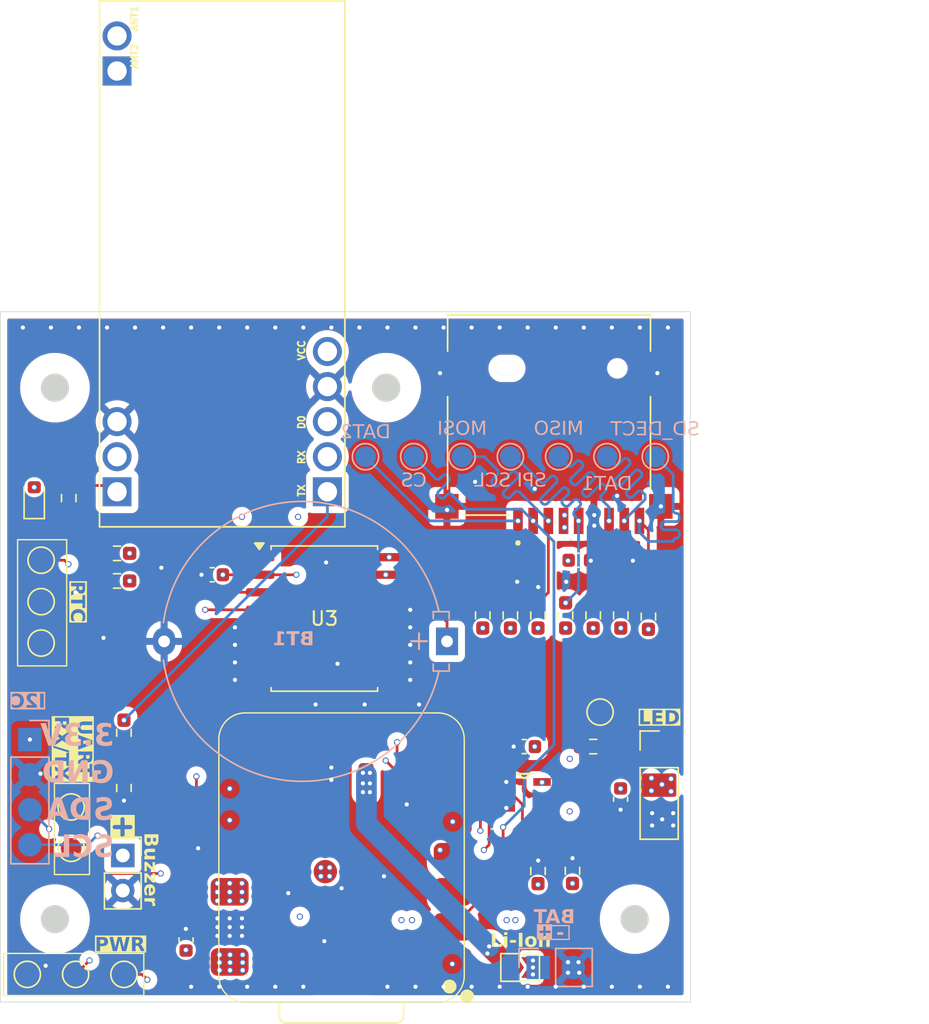
<source format=kicad_pcb>
(kicad_pcb (version 20241229) (generator "pcbnew") (generator_version "9.0")
  (layers (0 "F.Cu" signal) (4 "In1.Cu" signal) (6 "In2.Cu" signal) (8 "In3.Cu" signal) (10 "In4.Cu" signal) (2 "B.Cu" signal) (13 "F.Paste" user) (15 "B.Paste" user) (5 "F.SilkS" user "F.Silkscreen") (7 "B.SilkS" user "B.Silkscreen") (1 "F.Mask" user) (3 "B.Mask" user) (25 "Edge.Cuts" user))
  (net 0 "")
  (net 1 "GND")
  (net 2 "+5V")
  (net 3 "+3.3V")
  (net 4 "Net-(U2-Y)")
  (net 5 "/LED_Din")
  (net 6 "/UART_RX")
  (net 7 "Net-(R3-Pad1)")
  (net 8 "/SD_DECT")
  (net 9 "/MISO")
  (net 10 "/SPI_SCL")
  (net 11 "/MOSI")
  (net 12 "/SPI_CS")
  (net 13 "Net-(D2-K)")
  (net 18 "/Buzzer")
  (net 20 "/LED_Driver")
  (net 22 "Net-(U1-GPIO16_D6_TX)")
  (net 23 "/I2C_SCL")
  (net 26 "/I2C_SDA")
  (net 29 "/DAT2")
  (net 30 "/DAT1")
  (net 31 "Net-(R1-Pad1)")
  (net 32 "Net-(J1-Pin_1)")
  (net 33 "/Battery_Cell")
  (net 34 "Net-(U3-32KHZ)")
  (net 35 "Net-(U3-~{INT}{slash}SQW)")
  (net 36 "Net-(U3-~{RST})")
  (net 37 "Net-(JP1-A)")
  (footprint "Capacitor_SMD:C_0603_1608Metric" (layer "F.Cu") (at 123 97.5 180)
    (property "Reference" "C5" (hide yes))
    (property "Value" "100nF" (hide yes))
  )
  (footprint "Connector_PinHeader_2.54mm:PinHeader_1x03_P2.54mm_Vertical" (layer "F.Cu") (at 128.778 111.252)
    (property "Reference" "J3" (hide yes))
    (property "Value" "LED")
  )
  (footprint "Seeed Studio XIAO Series Library:XIAO-ESP32C6-SMD" (layer "F.Cu") (at 105.54 119 180)
    (property "Reference" "U1" (hide yes))
    (property "Value" "XIAO-ESP32-S3-SMD")
  )
  (footprint "TestPoint:TestPoint_Pad_D1.5mm" (layer "F.Cu") (at 83 127.5)
    (property "Reference" "TP3" (hide yes))
    (property "Value" "GND" (hide yes))
  )
  (footprint "LED_SMD:LED_0603_1608Metric" (layer "F.Cu") (at 83.5 93 90)
    (property "Reference" "D2" (hide yes))
    (property "Value" "LED" (hide yes))
  )
  (footprint "Resistor_SMD:R_0603_1608Metric_Pad0.98x0.95mm_HandSolder" (layer "F.Cu") (at 120 101.5 90)
    (property "Reference" "R14" (hide yes))
    (property "Value" "47k" (hide yes))
  )
  (footprint "Resistor_SMD:R_0603_1608Metric_Pad0.98x0.95mm_HandSolder" (layer "F.Cu") (at 122 101.5 90)
    (property "Reference" "R13" (hide yes))
    (property "Value" "47k" (hide yes))
  )
  (footprint "Resistor_SMD:R_0603_1608Metric_Pad0.98x0.95mm_HandSolder" (layer "F.Cu") (at 90 110 -90)
    (property "Reference" "R3" (hide yes))
    (property "Value" "10K" (hide yes))
  )
  (footprint "Capacitor_SMD:C_0603_1608Metric" (layer "F.Cu") (at 96.393 98.552)
    (property "Reference" "C2" (hide yes))
    (property "Value" "100nF" (hide yes))
  )
  (footprint "TestPoint:TestPoint_Pad_D1.5mm" (layer "F.Cu") (at 84 103.5)
    (property "Reference" "TP1" (hide yes))
    (property "Value" "TestPoint" (hide yes))
  )
  (footprint "Package_SO:SOIC-16W_7.5x10.3mm_P1.27mm" (layer "F.Cu") (at 104.521 101.727)
    (property "Reference" "U3")
    (property "Value" "DS3231M" (hide yes))
  )
  (footprint "Connector_PinSocket_2.54mm:PinSocket_1x02_P2.54mm_Vertical" (layer "F.Cu") (at 89.916 118.888)
    (property "Reference" "BZ1" (hide yes))
    (property "Value" "Buzzer" (hide yes))
  )
  (footprint "Resistor_SMD:R_0603_1608Metric_Pad0.98x0.95mm_HandSolder" (layer "F.Cu") (at 116 101.5 90)
    (property "Reference" "R15" (hide yes))
    (property "Value" "47k" (hide yes))
  )
  (footprint "TestPoint:TestPoint_Pad_D1.5mm" (layer "F.Cu") (at 86.175 118.373)
    (property "Reference" "TP8" (hide yes))
    (property "Value" "UART_TX" (hide yes))
  )
  (footprint "Jumper:SolderJumper-2_P1.3mm_Open_TrianglePad1.0x1.5mm" (layer "F.Cu") (at 118.708 127)
    (property "Reference" "JP1" (hide yes))
    (property "Value" "Li-Ion")
  )
  (footprint "footprints:RDM6300" (layer "F.Cu") (at 97.12 76.03 -90)
    (property "Reference" "RDM1" (hide yes))
    (property "Value" "RDM6300")
  )
  (footprint "Resistor_SMD:R_0603_1608Metric_Pad0.98x0.95mm_HandSolder" (layer "F.Cu") (at 89.5 97 180)
    (property "Reference" "R7" (hide yes))
    (property "Value" "NC" (hide yes))
  )
  (footprint "Resistor_SMD:R_0603_1608Metric_Pad0.98x0.95mm_HandSolder" (layer "F.Cu") (at 89.5 99 180)
    (property "Reference" "R8" (hide yes))
    (property "Value" "NC" (hide yes))
  )
  (footprint "footprints:SOT95P280X145-5N" (layer "F.Cu") (at 119 114.5)
    (property "Reference" "U2" (hide yes))
    (property "Value" "SN74AHCT1G125DBVT" (hide yes))
  )
  (footprint "Capacitor_SMD:C_0603_1608Metric" (layer "F.Cu") (at 119 111)
    (property "Reference" "C3" (hide yes))
    (property "Value" "100nF" (hide yes))
  )
  (footprint "Resistor_SMD:R_0603_1608Metric_Pad0.98x0.95mm_HandSolder" (layer "F.Cu") (at 86 93 -90)
    (property "Reference" "R1" (hide yes))
    (property "Value" "150R" (hide yes))
  )
  (footprint "Resistor_SMD:R_0603_1608Metric_Pad0.98x0.95mm_HandSolder" (layer "F.Cu") (at 124 111)
    (property "Reference" "R2" (hide yes))
    (property "Value" "100R" (hide yes))
  )
  (footprint "Resistor_SMD:R_0603_1608Metric_Pad0.98x0.95mm_HandSolder" (layer "F.Cu") (at 124 101.5 90)
    (property "Reference" "R12" (hide yes))
    (property "Value" "47k" (hide yes))
  )
  (footprint "TestPoint:TestPoint_Pad_D1.5mm" (layer "F.Cu") (at 84 100.5)
    (property "Reference" "TP10" (hide yes))
    (property "Value" "TestPoint" (hide yes))
  )
  (footprint "TestPoint:TestPoint_Pad_D1.5mm" (layer "F.Cu") (at 86.5 127.5)
    (property "Reference" "TP2" (hide yes))
    (property "Value" "+5V" (hide yes))
  )
  (footprint "TestPoint:TestPoint_Pad_D1.5mm" (layer "F.Cu") (at 90 127.5)
    (property "Reference" "TP4" (hide yes))
    (property "Value" "3,3V" (hide yes))
  )
  (footprint "Resistor_SMD:R_0603_1608Metric_Pad0.98x0.95mm_HandSolder" (layer "F.Cu") (at 128 101.5875 90)
    (property "Reference" "R11" (hide yes))
    (property "Value" "47k" (hide yes))
  )
  (footprint "TestPoint:TestPoint_Pad_D1.5mm" (layer "F.Cu") (at 124.5 108.5)
    (property "Reference" "TP5" (hide yes))
    (property "Value" "Din" (hide yes))
  )
  (footprint "Resistor_SMD:R_0603_1608Metric_Pad0.98x0.95mm_HandSolder" (layer "F.Cu") (at 118 101.5 90)
    (property "Reference" "R9" (hide yes))
    (property "Value" "47k" (hide yes))
  )
  (footprint "Capacitor_SMD:C_0603_1608Metric" (layer "F.Cu") (at 125.984 114.808 90)
    (property "Reference" "C4" (hide yes))
    (property "Value" "10µF" (hide yes))
  )
  (footprint "Resistor_SMD:R_0603_1608Metric_Pad0.98x0.95mm_HandSolder" (layer "F.Cu") (at 122.5 120 90)
    (property "Reference" "R6" (hide yes))
    (property "Value" "4k7" (hide yes))
  )
  (footprint "Resistor_SMD:R_0603_1608Metric_Pad0.98x0.95mm_HandSolder" (layer "F.Cu") (at 90 114 -90)
    (property "Reference" "R4" (hide yes))
    (property "Value" "20k" (hide yes))
  )
  (footprint "TestPoint:TestPoint_Pad_D1.5mm" (layer "F.Cu") (at 84 97.5 90)
    (property "Reference" "TP9" (hide yes))
    (property "Value" "TestPoint" (hide yes))
  )
  (footprint "footprints:WURTH_693071020811" (layer "F.Cu") (at 120.8 83.6 180)
    (property "Reference" "J4" (hide yes))
    (property "Value" "MicroSD" (hide yes))
    (fp_line (start 3.4 0.5) (end 2.7 0.5) (stroke (width 0.01)) (layer "Edge.Cuts"))
    (fp_line (start 2.7 -0.5) (end 3.4 -0.5) (stroke (width 0.01)) (layer "Edge.Cuts"))
    (fp_arc (start 3.9 0) (mid 3.753553 0.353553) (end 3.4 0.5) (stroke (width 0.01)) (layer "Edge.Cuts"))
    (fp_arc (start 3.4 -0.5) (mid 3.753553 -0.353553) (end 3.9 0) (stroke (width 0.01)) (layer "Edge.Cuts"))
    (fp_arc (start 2.7 0.5) (mid 2.346447 0.353553) (end 2.2 0) (stroke (width 0.01)) (layer "Edge.Cuts"))
    (fp_arc (start 2.2 0) (mid 2.346447 -0.353553) (end 2.7 -0.5) (stroke (width 0.01)) (layer "Edge.Cuts"))
  )
  (footprint "Resistor_SMD:R_0603_1608Metric_Pad0.98x0.95mm_HandSolder" (layer "F.Cu") (at 126 101.5 90)
    (property "Reference" "R10" (hide yes))
    (property "Value" "47k" (hide yes))
  )
  (footprint "TestPoint:TestPoint_Pad_D1.5mm" (layer "F.Cu") (at 86.175 115.373)
    (property "Reference" "TP7" (hide yes))
    (property "Value" "UART_RX" (hide yes))
  )
  (footprint "Resistor_SMD:R_0603_1608Metric_Pad0.98x0.95mm_HandSolder" (layer "F.Cu") (at 120 120.015 90)
    (property "Reference" "R5" (hide yes))
    (property "Value" "4k7" (hide yes))
  )
  (footprint "Capacitor_SMD:C_0603_1608Metric" (layer "F.Cu") (at 94.5 125 -90)
    (property "Reference" "C1" (hide yes))
    (property "Value" "10µF" (hide yes))
  )
  (footprint "TestPoint:TestPoint_Pad_D1.5mm" (layer "B.Cu") (at 107.5 90)
    (property "Reference" "TP15" (hide yes))
    (property "Value" "DAT2")
  )
  (footprint "TestPoint:TestPoint_Pad_D1.5mm" (layer "B.Cu") (at 111 90 180)
    (property "Reference" "TP5" (hide yes))
    (property "Value" "CS")
  )
  (footprint "TestPoint:TestPoint_Pad_D1.5mm" (layer "B.Cu") (at 128.5 90 180)
    (property "Reference" "TP6" (hide yes))
    (property "Value" "SD_DECT")
  )
  (footprint "Battery:Battery_Panasonic_CR2032-HFN_Horizontal_CircularHoles" (layer "B.Cu") (at 113.411 103.378 180)
    (property "Reference" "BT1")
    (property "Value" "Battery_Cell" (hide yes))
  )
  (footprint "TestPoint:TestPoint_Pad_D1.5mm" (layer "B.Cu") (at 125 90 180)
    (property "Reference" "TP14" (hide yes))
    (property "Value" "DAT1")
  )
  (footprint "Connector_PinHeader_2.54mm:PinHeader_1x02_P2.54mm_Vertical" (layer "B.Cu") (at 120.01 127 -90)
    (property "Reference" "J1" (hide yes))
    (property "Value" "Conn_01x02_Pin" (hide yes))
  )
  (footprint "TestPoint:TestPoint_Pad_D1.5mm" (layer "B.Cu") (at 114.5 90 180)
    (property "Reference" "TP11" (hide yes))
    (property "Value" "MOSI")
  )
  (footprint "Connector_PinHeader_2.54mm:PinHeader_1x04_P2.54mm_Vertical" (layer "B.Cu") (at 83.185 110.49 180)
    (property "Reference" "J2" (hide yes))
    (property "Value" "I2C")
  )
  (footprint "TestPoint:TestPoint_Pad_D1.5mm" (layer "B.Cu") (at 121.5 90 180)
    (property "Reference" "TP12" (hide yes))
    (property "Value" "MISO")
  )
  (footprint "TestPoint:TestPoint_Pad_D1.5mm" (layer "B.Cu") (at 118 90 180)
    (property "Reference" "TP13" (hide yes))
    (property "Value" "SPI SCL")
  )
  (gr_rect (start 81.28 125.984) (end 91.44 129.032) (stroke (width 0.1)) (fill no) (layer "F.SilkS"))
  (gr_rect (start 84.963 113.665) (end 87.503 120.269) (stroke (width 0.1)) (fill no) (layer "F.SilkS"))
  (gr_rect (start 82.296 96.012) (end 85.852 105.156) (stroke (width 0.1)) (fill no) (layer "F.SilkS"))
  (gr_rect (start 120.0644 123.968) (end 122.2516 124.968) (stroke (width 0.1)) (fill no) (layer "B.SilkS"))
  (gr_circle (center 85 123.5) (end 86 123.5) (stroke (width 0.05)) (fill yes) (layer "Edge.Cuts"))
  (gr_circle (center 85 85) (end 86 85) (stroke (width 0.05)) (fill yes) (layer "Edge.Cuts"))
  (gr_rect (start 81.045 79.502) (end 131.045 129.502) (stroke (width 0.05)) (fill no) (layer "Edge.Cuts"))
  (gr_circle (center 127 123.5) (end 128 123.5) (stroke (width 0.05)) (fill yes) (layer "Edge.Cuts"))
  (gr_circle (center 109 85) (end 110 85) (stroke (width 0.05)) (fill yes) (layer "Edge.Cuts"))
  (gr_text "UART\nRX/TX" (at 84.836 111.125 270) (layer "F.SilkS" knockout) (effects (font (size 1 1) (thickness 0.1)) (justify bottom)))
  (gr_text "+" (at 88.773 117.602 0) (layer "F.SilkS" knockout) (effects (font (size 1.5 1.5) (thickness 0.3) (bold yes)) (justify left bottom)))
  (gr_text "Buzzer" (at 91.313 117.221 270) (layer "F.SilkS") (effects (font (size 1 1) (thickness 0.1)) (justify left bottom)))
  (gr_text "RTC" (at 86 99 270) (layer "F.SilkS" knockout) (effects (font (size 1 1)) (justify left bottom)))
  (gr_text "PWR" (at 87.884 125.984 0) (layer "F.SilkS" knockout) (effects (font (size 1 1) (thickness 0.1)) (justify left bottom)))
  (gr_text "-" (at 121.896 123.968 180) (layer "B.SilkS") (effects (font (size 1 1) (thickness 0.1)) (justify left bottom)))
  (gr_text "BAT" (at 122.682 123.968 0) (layer "B.SilkS") (effects (font (size 1 1) (thickness 0.1)) (justify left bottom mirror)))
  (gr_text "+" (at 121.0578 123.8076 180) (layer "B.SilkS" knockout) (effects (font (size 1 1) (thickness 0.1)) (justify left bottom)))
  (gr_text "3.3V\nGND\nSDA\nSCL" (at 89.281 114.3 0) (layer "B.SilkS") (effects (font (size 1.6 1.5) (thickness 0.3) (bold yes)) (justify left mirror)))
  (segment (start 109.171 101.092) (end 110.744 101.092) (width 0.2) (layer "F.Cu") (net 1))
  (segment (start 109.171 102.362) (end 110.744 102.362) (width 0.2) (layer "F.Cu") (net 1))
  (segment (start 99.871 102.362) (end 98.044 102.362) (width 0.2) (layer "F.Cu") (net 1))
  (segment (start 110.744 104.902) (end 109.171 104.902) (width 0.2) (layer "F.Cu") (net 1))
  (segment (start 98.044 106.172) (end 99.871 106.172) (width 0.2) (layer "F.Cu") (net 1))
  (segment (start 98.044 103.632) (end 99.871 103.632) (width 0.2) (layer "F.Cu") (net 1))
  (segment (start 84.328 126.873) (end 83.627 126.873) (width 0.2) (layer "F.Cu") (net 1))
  (segment (start 98.044 104.902) (end 99.871 104.902) (width 0.2) (layer "F.Cu") (net 1))
  (segment (start 110.744 103.632) (end 109.171 103.632) (width 0.2) (layer "F.Cu") (net 1))
  (segment (start 83.627 126.873) (end 83 127.5) (width 0.2) (layer "F.Cu") (net 1))
  (segment (start 110.744 106.172) (end 109.171 106.172) (width 0.2) (layer "F.Cu") (net 1))
  (via (at 90 114.9125) (size 0.45) (drill 0.3) (layers "F.Cu" "B.Cu") (net 1))
  (via (at 121.285 128.397) (size 0.45) (drill 0.3) (layers "F.Cu" "B.Cu") (net 1))
  (via (at 118.237 110.998) (size 0.45) (drill 0.3) (layers "F.Cu" "B.Cu") (net 1))
  (via (at 119.253 80.645) (size 0.45) (drill 0.3) (layers "F.Cu" "B.Cu") (net 1))
  (via (at 112.903 83.947) (size 0.45) (drill 0.3) (layers "F.Cu" "B.Cu") (net 1))
  (via (at 110.744 102.362) (size 0.45) (drill 0.3) (layers "F.Cu" "B.Cu") (net 1))
  (via (at 129.413 80.645) (size 0.45) (drill 0.3) (layers "F.Cu" "B.Cu") (net 1))
  (via (at 98.552 124.079) (size 0.45) (drill 0.3) (layers "F.Cu" "B.Cu") (net 1))
  (via (at 86.741 80.645) (size 0.45) (drill 0.3) (layers "F.Cu" "B.Cu") (net 1))
  (via (at 102.997 128.397) (size 0.45) (drill 0.3) (layers "F.Cu" "B.Cu") (net 1))
  (via (at 113.157 80.645) (size 0.45) (drill 0.3) (layers "F.Cu" "B.Cu") (net 1))
  (via (at 101.9048 121.6152) (size 0.45) (drill 0.3) (layers "F.Cu" "B.Cu") (net 1))
  (via (at 124.079 94.234) (size 0.45) (drill 0.3) (layers "F.Cu" "B.Cu") (net 1))
  (via (at 125.73 92.837) (size 0.45) (drill 0.3) (layers "F.Cu" "B.Cu") (net 1))
  (via (at 92.71 98.044) (size 0.45) (drill 0.3) (layers "F.Cu" "B.Cu") (net 1))
  (via (at 107.442 107.95) (size 0.45) (drill 0.3) (layers "F.Cu" "B.Cu") (net 1))
  (via (at 103.886 107.95) (size 0.45) (drill 0.3) (layers "F.Cu" "B.Cu") (net 1))
  (via (at 123.825 97.536) (size 0.45) (drill 0.3) (layers "F.Cu" "B.Cu") (net 1))
  (via (at 104.521 125.095) (size 0.45) (drill 0.3) (layers "F.Cu" "B.Cu") (net 1))
  (via (at 98.552 124.714) (size 0.45) (drill 0.3) (layers "F.Cu" "B.Cu") (net 1))
  (via (at 88.519 103.124) (size 0.45) (drill 0.3) (layers "F.Cu" "B.Cu") (net 1))
  (via (at 129.794 115.824) (size 0.45) (drill 0.3) (layers "F.Cu" "B.Cu") (net 1))
  (via (at 119.761 92.329) (size 0.45) (drill 0.3) (layers "F.Cu" "B.Cu") (net 1))
  (via (at 122.174 127.381) (size 0.45) (drill 0.3) (layers "F.Cu" "B.Cu") (net 1))
  (via (at 88.773 80.645) (size 0.45) (drill 0.3) (layers "F.Cu" "B.Cu") (net 1))
  (via (at 83.95 112.96) (size 0.45) (drill 0.3) (layers "F.Cu" "B.Cu") (net 1))
  (via (at 110.744 106.172) (size 0.45) (drill 0.3) (layers "F.Cu" "B.Cu") (net 1))
  (via (at 113.411 93.853) (size 0.45) (drill 0.3) (layers "F.Cu" "B.Cu") (net 1))
  (via (at 117.7046 115.443) (size 0.45) (drill 0.3) (layers "F.Cu" "B.Cu") (net 1))
  (via (at 97.663 123.444) (size 0.45) (drill 0.3) (layers "F.Cu" "B.Cu") (net 1))
  (via (at 121.285 80.645) (size 0.45) (drill 0.3) (layers "F.Cu" "B.Cu") (net 1))
  (via (at 125.984 115.57) (size 0.45) (drill 0.3) (layers "F.Cu" "B.Cu") (net 1))
  (via (at 129 116.27) (size 0.45) (drill 0.3) (layers "F.Cu" "B.Cu") (net 1))
  (via (at 86.487 99.822) (size 0.45) (drill 0.3) (layers "F.Cu" "B.Cu") (net 1))
  (via (at 125.349 80.645) (size 0.45) (drill 0.3) (layers "F.Cu" "B.Cu") (net 1))
  (via (at 98.933 128.397) (size 0.45) (drill 0.3) (layers "F.Cu" "B.Cu") (net 1))
  (via (at 108.839 120.396) (size 0.45) (drill 0.3) (layers "F.Cu" "B.Cu") (net 1))
  (via (at 98.044 104.902) (size 0.45) (drill 0.3) (layers "F.Cu" "B.Cu") (net 1))
  (via (at 128.27 116.713) (size 0.45) (drill 0.3) (layers "F.Cu" "B.Cu") (net 1))
  (via (at 122.174 126.619) (size 0.45) (drill 0.3) (layers "F.Cu" "B.Cu") (net 1))
  (via (at 129.413 128.397) (size 0.45) (drill 0.3) (layers "F.Cu" "B.Cu") (net 1))
  (via (at 94.488 124.206) (size 0.45) (drill 0.3) (layers "F.Cu" "B.Cu") (net 1))
  (via (at 90.805 80.645) (size 0.45) (drill 0.3) (layers "F.Cu" "B.Cu") (net 1))
  (via (at 98.044 106.172) (size 0.45) (drill 0.3) (layers "F.Cu" "B.Cu") (net 1))
  (via (at 84.328 126.873) (size 0.45) (drill 0.3) (layers "F.Cu" "B.Cu") (net 1))
  (via (at 126.873 97.536) (size 0.45) (drill 0.3) (layers "F.Cu" "B.Cu") (net 1))
  (via (at 127.381 80.645) (size 0.45) (drill 0.3) (layers "F.Cu" "B.Cu") (net 1))
  (via (at 84.709 80.645) (size 0.45) (drill 0.3) (layers "F.Cu" "B.Cu") (net 1))
  (via (at 113.157 128.397) (size 0.45) (drill 0.3) (layers "F.Cu" "B.Cu") (net 1))
  (via (at 110.744 101.092) (size 0.45) (drill 0.3) (layers "F.Cu" "B.Cu") (net 1))
  (via (at 110.744 104.902) (size 0.45) (drill 0.3) (layers "F.Cu" "B.Cu") (net 1))
  (via (at 109.093 80.645) (size 0.45) (drill 0.3) (layers "F.Cu" "B.Cu") (net 1))
  (via (at 120.015 99.441) (size 0.45) (drill 0.3) (layers "F.Cu" "B.Cu") (net 1))
  (via (at 117.7046 113.5602) (size 0.45) (drill 0.3) (layers "F.Cu" "B.Cu") (net 1))
  (via (at 105.029 80.645) (size 0.45) (drill 0.3) (layers "F.Cu" "B.Cu") (net 1))
  (via (at 104.648 97.663) (size 0.45) (drill 0.3) (layers "F.Cu" "B.Cu") (net 1))
  (via (at 122.936 126.619) (size 0.45) (drill 0.3) (layers "F.Cu" "B.Cu") (net 1))
  (via (at 94.869 80.645) (size 0.45) (drill 0.3) (layers "F.Cu" "B.Cu") (net 1))
  (via (at 94.869 128.397) (size 0.45) (drill 0.3) (layers "F.Cu" "B.Cu") (net 1))
  (via (at 128.905 93.599) (size 0.45) (drill 0.3) (layers "F.Cu" "B.Cu") (net 1))
  (via (at 82.677 80.645) (size 0.45) (drill 0.3) (layers "F.Cu" "B.Cu") (net 1))
  (via (at 95.377 118.364) (size 0.45) (drill 0.3) (layers "F.Cu" "B.Cu") (net 1))
  (via (at 115.443 91.821) (size 0.45) (drill 0.3) (layers "F.Cu" "B.Cu") (net 1))
  (via (at 119.253 128.397) (size 0.45) (drill 0.3) (layers "F.Cu" "B.Cu") (net 1))
  (via (at 122.9868 127.381) (size 0.45) (drill 0.3) (layers "F.Cu" "B.Cu") (net 1))
  (via (at 98.933 80.645) (size 0.45) (drill 0.3) (layers "F.Cu" "B.Cu") (net 1))
  (via (at 111.379 107.95) (size 0.45) (drill 0.3) (layers "F.Cu" "B.Cu") (net 1))
  (via (at 96.901 80.645) (size 0.45) (drill 0.3) (layers "F.Cu" "B.Cu") (net 1))
  (via (at 115.189 80.645) (size 0.45) (drill 0.3) (layers "F.Cu" "B.Cu") (net 1))
  (via (at 117.221 80.645) (size 0.45) (drill 0.3) (layers "F.Cu" "B.Cu") (net 1))
  (via (at 96.774 123.444) (size 0.45) (drill 0.3) (layers "F.Cu" "B.Cu") (net 1))
  (via (at 118.491 99.06) (size 0.45) (drill 0.3) (layers "F.Cu" "B.Cu") (net 1))
  (via (at 111.125 128.397) (size 0.45) (drill 0.3) (layers "F.Cu" "B.Cu") (net 1))
  (via (at 123.317 80.645) (size 0.45) (drill 0.3) (layers "F.Cu" "B.Cu") (net 1))
  (via (at 115.189 128.397) (size 0.45) (drill 0.3) (layers "F.Cu" "B.Cu") (net 1))
  (via (at 111.125 80.645) (size 0.45) (drill 0.3) (layers "F.Cu" "B.Cu") (net 1))
  (via (at 127.381 128.397) (size 0.45) (drill 0.3) (layers "F.Cu" "B.Cu") (net 1))
  (via (at 129.794 116.713) (size 0.45) (drill 0.3) (layers "F.Cu" "B.Cu") (net 1))
  (via (at 117.221 128.397) (size 0.45) (drill 0.3) (layers "F.Cu" "B.Cu") (net 1))
  (via (at 98.552 123.444) (size 0.45) (drill 0.3) (layers "F.Cu" "B.Cu") (net 1))
  (via (at 122.047 99.06) (size 0.45) (drill 0.3) (layers "F.Cu" "B.Cu") (net 1))
  (via (at 110.49 115.189) (size 0.45) (drill 0.3) (layers "F.Cu" "B.Cu") (net 1))
  (via (at 123.317 128.397) (size 0.45) (drill 0.3) (layers "F.Cu" "B.Cu") (net 1))
  (via (at 102.997 80.645) (size 0.45) (drill 0.3) (layers "F.Cu" "B.Cu") (net 1))
  (via (at 92.837 80.645) (size 0.45) (drill 0.3) (layers "F.Cu" "B.Cu") (net 1))
  (via (at 125.349 128.397) (size 0.45) (drill 0.3) (layers "F.Cu" "B.Cu") (net 1))
  (via (at 128.651 83.947) (size 0.45) (drill 0.3) (layers "F.Cu" "B.Cu") (net 1))
  (via (at 105.029 113.411) (size 0.45) (drill 0.3) (layers "F.Cu" "B.Cu") (net 1))
  (via (at 107.061 80.645) (size 0.45) (drill 0.3) (layers "F.Cu" "B.Cu") (net 1))
  (via (at 98.044 102.362) (size 0.45) (drill 0.3) (layers "F.Cu" "B.Cu") (net 1))
  (via (at 110.744 103.632) (size 0.45) (drill 0.3) (layers "F.Cu" "B.Cu") (net 1))
  (via (at 96.774 124.079) (size 0.45) (drill 0.3) (layers "F.Cu" "B.Cu") (net 1))
  (via (at 96.901 128.397) (size 0.45) (drill 0.3) (layers "F.Cu" "B.Cu") (net 1))
  (via (at 105.029 112.522) (size 0.45) (drill 0.3) (layers "F.Cu" "B.Cu") (net 1))
  (via (at 120.015 119.253) (size 0.45) (drill 0.3) (layers "F.Cu" "B.Cu") (net 1))
  (via (at 109.093 128.397) (size 0.45) (drill 0.3) (layers "F.Cu" "B.Cu") (net 1))
  (via (at 105.475 105) (size 0.45) (drill 0.3) (layers "F.Cu" "B.Cu") (net 1))
  (via (at 128.27 115.824) (size 0.45) (drill 0.3) (layers "F.Cu" "B.Cu") (net 1))
  (via (at 124.079 94.996) (size 0.45) (drill 0.3) (layers "F.Cu" "B.Cu") (net 1))
  (via (at 100.965 80.645) (size 0.45) (drill 0.3) (layers "F.Cu" "B.Cu") (net 1))
  (via (at 95.618 98.552) (size 0.45) (drill 0.3) (layers "F.Cu" "B.Cu") (net 1))
  (via (at 100.965 128.397) (size 0.45) (drill 0.3) (layers "F.Cu" "B.Cu") (net 1))
  (via (at 97.663 124.714) (size 0.45) (drill 0.3) (layers "F.Cu" "B.Cu") (net 1))
  (via (at 98.044 103.632) (size 0.45) (drill 0.3) (layers "F.Cu" "B.Cu") (net 1))
  (via (at 105.7656 121.2596) (size 0.45) (drill 0.3) (layers "F.Cu" "B.Cu") (net 1))
  (via (at 97.663 124.079) (size 0.45) (drill 0.3) (layers "F.Cu" "B.Cu") (net 1))
  (via (at 122.5 119.0875) (size 0.45) (drill 0.3) (layers "F.Cu" "B.Cu") (net 1))
  (via (at 96.774 124.714) (size 0.45) (drill 0.3) (layers "F.Cu" "B.Cu") (net 1))
  (segment (start 87.5055 126.4945) (end 86.5 127.5) (width 0.2) (layer "F.Cu") (net 2))
  (via (at 128.2192 114.1984) (size 0.45) (drill 0.3) (layers "F.Cu" "B.Cu") (net 2))
  (via (at 98.6028 127.2032) (size 0.45) (drill 0.3) (layers "F.Cu" "B.Cu") (net 2))
  (via (at 128.2192 113.284) (size 0.45) (drill 0.3) (layers "F.Cu" "B.Cu") (net 2))
  (via (at 97.6884 127.2032) (size 0.45) (drill 0.3) (layers "F.Cu" "B.Cu") (net 2))
  (via (at 129.6416 113.3348) (size 0.45) (drill 0.3) (layers "F.Cu" "B.Cu") (net 2))
  (via (at 120.2944 113.5888) (size 0.45) (drill 0.3) (layers "F.Cu" "B.Cu") (net 2))
  (via (at 96.9264 126.6444) (size 0.45) (drill 0.3) (layers "F.Cu" "B.Cu") (net 2))
  (via (at 94.488 125.73) (size 0.45) (drill 0.3) (layers "F.Cu" "B.Cu") (net 2))
  (via (at 98.6028 126.0856) (size 0.45) (drill 0.3) (layers "F.Cu" "B.Cu") (net 2))
  (via (at 87.5055 126.4945) (size 0.45) (drill 0.3) (layers "F.Cu" "B.Cu") (net 2))
  (via (at 129.6416 114.2492) (size 0.45) (drill 0.3) (layers "F.Cu" "B.Cu") (net 2))
  (via (at 98.6028 126.6444) (size 0.45) (drill 0.3) (layers "F.Cu" "B.Cu") (net 2))
  (via (at 119.761 110.998) (size 0.45) (drill 0.3) (layers "F.Cu" "B.Cu") (net 2))
  (via (at 97.6884 126.0856) (size 0.45) (drill 0.3) (layers "F.Cu" "B.Cu") (net 2))
  (via (at 97.6884 126.6444) (size 0.45) (drill 0.3) (layers "F.Cu" "B.Cu") (net 2))
  (via (at 125.984 114.046) (size 0.45) (drill 0.3) (layers "F.Cu" "B.Cu") (net 2))
  (via (at 128.9812 113.7412) (size 0.45) (drill 0.3) (layers "F.Cu" "B.Cu") (net 2))
  (via (at 96.9264 127.2032) (size 0.45) (drill 0.3) (layers "F.Cu" "B.Cu") (net 2))
  (via (at 96.9264 126.0856) (size 0.45) (drill 0.3) (layers "F.Cu" "B.Cu") (net 2))
  (segment (start 91.305 127.5) (end 91.694 127.889) (width 0.2) (layer "F.Cu") (net 3))
  (segment (start 99.871 98.552) (end 102.489 98.552) (width 0.2) (layer "F.Cu") (net 3))
  (segment (start 90 127.5) (end 91.305 127.5) (width 0.2) (layer "F.Cu") (net 3))
  (segment (start 97.676 98.552) (end 99.871 98.552) (width 0.2) (layer "F.Cu") (net 3))
  (via (at 104.267 120.396) (size 0.45) (drill 0.3) (layers "F.Cu" "B.Cu") (net 3))
  (via (at 83.5 92.2125) (size 0.45) (drill 0.3) (layers "F.Cu" "B.Cu") (net 3))
  (via (at 126 102.4125) (size 0.45) (drill 0.3) (layers "F.Cu" "B.Cu") (net 3))
  (via (at 97.168 98.552) (size 0.45) (drill 0.3) (layers "F.Cu" "B.Cu") (net 3))
  (via (at 102.616 94.361) (size 0.45) (drill 0.3) (layers "F.Cu" "B.Cu") (net 3))
  (via (at 120 121) (size 0.45) (drill 0.3) (layers "F.Cu" "B.Cu") (net 3))
  (via (at 90.4125 99) (size 0.45) (drill 0.3) (layers "F.Cu" "B.Cu") (net 3))
  (via (at 121.92 95.123) (size 0.45) (drill 0.3) (layers "F.Cu" "B.Cu") (net 3))
  (via (at 118 102.4125) (size 0.45) (drill 0.3) (layers "F.Cu" "B.Cu") (net 3))
  (via (at 110.109 123.571) (size 0.45) (drill 0.3) (layers "F.Cu" "B.Cu") (net 3))
  (via (at 102.743 123.317) (size 0.45) (drill 0.3) (layers "F.Cu" "B.Cu") (net 3))
  (via (at 98.552 94.361) (size 0.45) (drill 0.3) (layers "F.Cu" "B.Cu") (net 3))
  (via (at 117.729 123.571) (size 0.45) (drill 0.3) (layers "F.Cu" "B.Cu") (net 3))
  (via (at 122.301 111.887) (size 0.45) (drill 0.3) (layers "F.Cu" "B.Cu") (net 3))
  (via (at 104.902 120.396) (size 0.45) (drill 0.3) (layers "F.Cu" "B.Cu") (net 3))
  (via (at 122 102.4125) (size 0.45) (drill 0.3) (layers "F.Cu" "B.Cu") (net 3))
  (via (at 97.663 120.904) (size 0.45) (drill 0.3) (layers "F.Cu" "B.Cu") (net 3))
  (via (at 121.92 94.234) (size 0.45) (drill 0.3) (layers "F.Cu" "B.Cu") (net 3))
  (via (at 104.902 119.761) (size 0.45) (drill 0.3) (layers "F.Cu" "B.Cu") (net 3))
  (via (at 118.364 123.571) (size 0.45) (drill 0.3) (layers "F.Cu" "B.Cu") (net 3))
  (via (at 98.552 121.539) (size 0.45) (drill 0.3) (layers "F.Cu" "B.Cu") (net 3))
  (via (at 104.267 119.761) (size 0.45) (drill 0.3) (layers "F.Cu" "B.Cu") (net 3))
  (via (at 122.174 97.536) (size 0.45) (drill 0.3) (layers "F.Cu" "B.Cu") (net 3))
  (via (at 128 102.5) (size 0.45) (drill 0.3) (layers "F.Cu" "B.Cu") (net 3))
  (via (at 110.871 123.571) (size 0.45) (drill 0.3) (layers "F.Cu" "B.Cu") (net 3))
  (via (at 97.663 122.174) (size 0.45) (drill 0.3) (layers "F.Cu" "B.Cu") (net 3))
  (via (at 97.663 121.539) (size 0.45) (drill 0.3) (layers "F.Cu" "B.Cu") (net 3))
  (via (at 98.552 122.174) (size 0.45) (drill 0.3) (layers "F.Cu" "B.Cu") (net 3))
  (via (at 116 102.4125) (size 0.45) (drill 0.3) (layers "F.Cu" "B.Cu") (net 3))
  (via (at 102.489 98.552) (size 0.45) (drill 0.3) (layers "F.Cu" "B.Cu") (net 3))
  (via (at 83.185 110.49) (size 0.45) (drill 0.3) (layers "F.Cu" "B.Cu") (net 3))
  (via (at 90.4125 97) (size 0.45) (drill 0.3) (layers "F.Cu" "B.Cu") (net 3))
  (via (at 124 102.4125) (size 0.45) (drill 0.3) (layers "F.Cu" "B.Cu") (net 3))
  (via (at 120 102.4125) (size 0.45) (drill 0.3) (layers "F.Cu" "B.Cu") (net 3))
  (via (at 98.552 120.904) (size 0.45) (drill 0.3) (layers "F.Cu" "B.Cu") (net 3))
  (via (at 96.774 122.174) (size 0.45) (drill 0.3) (layers "F.Cu" "B.Cu") (net 3))
  (via (at 122.5 120.9125) (size 0.45) (drill 0.3) (layers "F.Cu" "B.Cu") (net 3))
  (via (at 96.774 121.539) (size 0.45) (drill 0.3) (layers "F.Cu" "B.Cu") (net 3))
  (via (at 91.694 127.889) (size 0.45) (drill 0.3) (layers "F.Cu" "B.Cu") (net 3))
  (via (at 96.774 120.904) (size 0.45) (drill 0.3) (layers "F.Cu" "B.Cu") (net 3))
  (via (at 122.301 115.697) (size 0.45) (drill 0.3) (layers "F.Cu" "B.Cu") (net 3))
  (segment (start 123.0875 111) (end 123.0875 112.6477) (width 0.2) (layer "F.Cu") (net 4))
  (segment (start 123.0875 112.6477) (end 120.2954 115.4398) (width 0.2) (layer "F.Cu") (net 4))
  (segment (start 124.9125 108.9125) (end 124.5 108.5) (width 0.2) (layer "F.Cu") (net 5))
  (segment (start 124.9125 111) (end 124.9125 108.9125) (width 0.2) (layer "F.Cu") (net 5))
  (segment (start 124.9125 111) (end 128.81 111) (width 0.2) (layer "F.Cu") (net 5))
  (segment (start 128.81 111) (end 129 111.19) (width 0.2) (layer "F.Cu") (net 5))
  (segment (start 88.4605 113.0875) (end 90 113.0875) (width 0.2) (layer "F.Cu") (net 6))
  (segment (start 90 113.0875) (end 90 110.9125) (width 0.2) (layer "F.Cu") (net 6))
  (segment (start 90 110.9125) (end 97.2106 110.9125) (width 0.2) (layer "F.Cu") (net 6))
  (segment (start 86.175 115.373) (end 88.4605 113.0875) (width 0.2) (layer "F.Cu") (net 6))
  (segment (start 97.2106 110.9125) (end 97.6566 111.3585) (width 0.2) (layer "F.Cu") (net 6))
  (via (at 90 109.0875) (size 0.45) (drill 0.3) (layers "F.Cu" "B.Cu") (net 7))
  (segment (start 90 109.0875) (end 104.74 94.3475) (width 0.2) (layer "B.Cu") (net 7))
  (segment (start 104.74 94.3475) (end 104.74 92.54) (width 0.2) (layer "B.Cu") (net 7))
  (segment (start 128 95.3) (end 127.35 94.65) (width 0.2) (layer "F.Cu") (net 8))
  (segment (start 128 100.675) (end 128 95.3) (width 0.2) (layer "F.Cu") (net 8))
  (via (at 127.35 94.65) (size 0.45) (drill 0.3) (layers "F.Cu" "B.Cu") (net 8))
  (via (at 113.792 126.746) (size 0.45) (drill 0.3) (layers "F.Cu" "B.Cu") (net 8))
  (segment (start 129.173796 95.299) (end 130.019414 95.299) (width 0.2) (layer "B.Cu") (net 8))
  (segment (start 128.016 96.139) (end 129.794 96.139) (width 0.2) (layer "B.Cu") (net 8))
  (segment (start 129.794 91.294) (end 129.794 93.873598) (width 0.2) (layer "B.Cu") (net 8))
  (segment (start 129.173796 94.699) (end 130.019402 94.699) (width 0.2) (layer "B.Cu") (net 8))
  (segment (start 127.35 95.473) (end 128.016 96.139) (width 0.2) (layer "B.Cu") (net 8))
  (segment (start 130.244804 94.473598) (end 130.244804 94.324402) (width 0.2) (layer "B.Cu") (net 8))
  (segment (start 130.244828 95.688172) (end 130.244828 95.524414) (width 0.2) (layer "B.Cu") (net 8))
  (segment (start 128.5 90) (end 129.794 91.294) (width 0.2) (layer "B.Cu") (net 8))
  (segment (start 127.35 94.65) (end 127.35 95.473) (width 0.2) (layer "B.Cu") (net 8))
  (segment (start 128.933796 95.059) (end 128.933796 94.939) (width 0.2) (layer "B.Cu") (net 8))
  (arc (start 130.244828 95.524414) (mid 130.178806 95.365022) (end 130.019414 95.299) (width 0.2) (layer "B.Cu") (net 8))
  (arc (start 130.019414 95.913586) (mid 130.178806 95.847564) (end 130.244828 95.688172) (width 0.2) (layer "B.Cu") (net 8))
  (arc (start 128.933796 94.939) (mid 129.00409 94.769294) (end 129.173796 94.699) (width 0.2) (layer "B.Cu") (net 8))
  (arc (start 129.794 96.139) (mid 129.860022 95.979608) (end 130.019414 95.913586) (width 0.2) (layer "B.Cu") (net 8))
  (arc (start 130.244804 94.324402) (mid 130.178785 94.165019) (end 130.019402 94.099) (width 0.2) (layer "B.Cu") (net 8))
  (arc (start 129.173796 95.299) (mid 129.00409 95.228706) (end 128.933796 95.059) (width 0.2) (layer "B.Cu") (net 8))
  (arc (start 130.019402 94.699) (mid 130.178785 94.632981) (end 130.244804 94.473598) (width 0.2) (layer "B.Cu") (net 8))
  (arc (start 130.019402 94.099) (mid 129.860019 94.032981) (end 129.794 93.873598) (width 0.2) (layer "B.Cu") (net 8))
  (segment (start 125.15 99.4375) (end 124 100.5875) (width 0.2) (layer "F.Cu") (net 9))
  (segment (start 125.15 94.65) (end 125.15 99.4375) (width 0.2) (layer "F.Cu") (net 9))
  (via (at 97.663 116.332) (size 0.45) (drill 0.3) (layers "F.Cu" "B.Cu") (net 9))
  (via (at 125.15 94.65) (size 0.45) (drill 0.3) (layers "F.Cu" "B.Cu") (net 9))
  (segment (start 123.161795 91.661795) (end 122.848562 91.975025) (width 0.2) (layer "B.Cu") (net 9))
  (segment (start 124.889215 92.140559) (end 124.80436 92.055704) (width 0.2) (layer "B.Cu") (net 9))
  (segment (start 125.15 94.65) (end 125.15 93.65) (width 0.2) (layer "B.Cu") (net 9))
  (segment (start 124.010327 92.510327) (end 123.697107 92.823544) (width 0.2) (layer "B.Cu") (net 9))
  (segment (start 124.010325 92.510326) (end 124.464948 92.055704) (width 0.2) (layer "B.Cu") (net 9))
  (segment (start 123.616398 91.20719) (end 123.161793 91.661794) (width 0.2) (layer "B.Cu") (net 9))
  (segment (start 125.15 93.65) (end 124.604299 93.104299) (width 0.2) (layer "B.Cu") (net 9))
  (segment (start 122.737529 91.237529) (end 123.192155 90.782902) (width 0.2) (layer "B.Cu") (net 9))
  (segment (start 122.76789 90.358637) (end 122.482969 90.643557) (width 0.2) (layer "B.Cu") (net 9))
  (segment (start 122.509152 91.975026) (end 122.424297 91.890171) (width 0.2) (layer "B.Cu") (net 9))
  (segment (start 123.161793 91.661794) (end 123.161795 91.661795) (width 0.2) (layer "B.Cu") (net 9))
  (segment (start 124.604299 92.764887) (end 124.889215 92.47997) (width 0.2) (layer "B.Cu") (net 9))
  (segment (start 124.010325 92.510326) (end 124.010327 92.510327) (width 0.2) (layer "B.Cu") (net 9))
  (segment (start 123.192155 90.443491) (end 123.107301 90.358637) (width 0.2) (layer "B.Cu") (net 9))
  (segment (start 123.586061 92.086061) (end 124.040665 91.631456) (width 0.2) (layer "B.Cu") (net 9))
  (segment (start 123.586059 92.086058) (end 123.586061 92.086061) (width 0.2) (layer "B.Cu") (net 9))
  (segment (start 122.737527 91.237526) (end 122.737529 91.237529) (width 0.2) (layer "B.Cu") (net 9))
  (segment (start 121.7797 90.2797) (end 121.5 90) (width 0.2) (layer "B.Cu") (net 9))
  (segment (start 122.058705 90.558705) (end 121.7797 90.2797) (width 0.2) (layer "B.Cu") (net 9))
  (segment (start 122.424297 91.550759) (end 122.737527 91.237526) (width 0.2) (layer "B.Cu") (net 9))
  (segment (start 122.143557 90.643557) (end 122.058705 90.558705) (width 0.2) (layer "B.Cu") (net 9))
  (segment (start 124.040665 91.292045) (end 123.95581 91.20719) (width 0.2) (layer "B.Cu") (net 9))
  (segment (start 123.272842 92.399278) (end 123.586059 92.086058) (width 0.2) (layer "B.Cu") (net 9))
  (segment (start 123.357697 92.823545) (end 123.272842 92.73869) (width 0.2) (layer "B.Cu") (net 9))
  (arc (start 123.107301 90.358637) (mid 122.937596 90.288342) (end 122.76789 90.358637) (width 0.2) (layer "B.Cu") (net 9))
  (arc (start 124.80436 92.055704) (mid 124.634654 91.985409) (end 124.464948 92.055704) (width 0.2) (layer "B.Cu") (net 9))
  (arc (start 124.889215 92.47997) (mid 124.95951 92.310264) (end 124.889215 92.140559) (width 0.2) (layer "B.Cu") (net 9))
  (arc (start 123.272842 92.73869) (mid 123.202546 92.568983) (end 123.272842 92.399278) (width 0.2) (layer "B.Cu") (net 9))
  (arc (start 122.848562 91.975025) (mid 122.678857 92.045321) (end 122.509152 91.975026) (width 0.2) (layer "B.Cu") (net 9))
  (arc (start 124.604299 93.104299) (mid 124.534004 92.934593) (end 124.604299 92.764887) (width 0.2) (layer "B.Cu") (net 9))
  (arc (start 124.040665 91.631456) (mid 124.11096 91.46175) (end 124.040665 91.292045) (width 0.2) (layer "B.Cu") (net 9))
  (arc (start 122.424297 91.890171) (mid 122.354001 91.720464) (end 122.424297 91.550759) (width 0.2) (layer "B.Cu") (net 9))
  (arc (start 123.697107 92.823544) (mid 123.527402 92.89384) (end 123.357697 92.823545) (width 0.2) (layer "B.Cu") (net 9))
  (arc (start 123.95581 91.20719) (mid 123.786104 91.136895) (end 123.616398 91.20719) (width 0.2) (layer "B.Cu") (net 9))
  (arc (start 122.482969 90.643557) (mid 122.313263 90.713852) (end 122.143557 90.643557) (width 0.2) (layer "B.Cu") (net 9))
  (arc (start 123.192155 90.782902) (mid 123.26245 90.613196) (end 123.192155 90.443491) (width 0.2) (layer "B.Cu") (net 9))
  (via (at 122.936 94.65) (size 0.45) (drill 0.3) (layers "F.Cu" "B.Cu") (net 10))
  (via (at 97.663 114.046) (size 0.45) (drill 0.3) (layers "F.Cu" "B.Cu") (net 10))
  (via (at 122 100.5875) (size 0.45) (drill 0.3) (layers "F.Cu" "B.Cu") (net 10))
  (segment (start 121.379973 92.681396) (end 121.747669 92.3137) (width 0.2) (layer "B.Cu") (net 10))
  (segment (start 122.935609 93.16223) (end 123.020461 93.247082) (width 0.2) (layer "B.Cu") (net 10))
  (segment (start 122.936 94.576834) (end 122.936 94.65) (width 0.2) (layer "B.Cu") (net 10))
  (segment (start 120.672868 93.388504) (end 121.210269 92.851102) (width 0.2) (layer "B.Cu") (net 10))
  (segment (start 121.210269 92.851102) (end 121.210269 92.851103) (width 0.2) (layer "B.Cu") (net 10))
  (segment (start 122.936 99.6515) (end 122 100.5875) (width 0.2) (layer "B.Cu") (net 10))
  (segment (start 121.804237 93.445071) (end 121.889091 93.529925) (width 0.2) (layer "B.Cu") (net 10))
  (segment (start 122.936 94.65) (end 122.936 99.6515) (width 0.2) (layer "B.Cu") (net 10))
  (segment (start 122.171933 92.737965) (end 121.804238 93.105661) (width 0.2) (layer "B.Cu") (net 10))
  (segment (start 122.829164 94.469998) (end 122.936 94.576834) (width 0.2) (layer "B.Cu") (net 10))
  (segment (start 122.652765 94.2936) (end 122.737619 94.378453) (width 0.2) (layer "B.Cu") (net 10))
  (segment (start 122.087081 92.313701) (end 122.171933 92.398553) (width 0.2) (layer "B.Cu") (net 10))
  (segment (start 121.210269 92.851103) (end 121.379973 92.681396) (width 0.2) (layer "B.Cu") (net 10))
  (segment (start 123.020461 93.586494) (end 122.652764 93.954188) (width 0.2) (layer "B.Cu") (net 10))
  (segment (start 120.786006 92.42684) (end 120.248604 92.964241) (width 0.2) (layer "B.Cu") (net 10))
  (segment (start 120.248604 93.303652) (end 120.333456 93.388504) (width 0.2) (layer "B.Cu") (net 10))
  (segment (start 120.53145 91.832873) (end 120.899144 91.465176) (width 0.2) (layer "B.Cu") (net 10))
  (segment (start 122.737619 94.378453) (end 122.829164 94.469998) (width 0.2) (layer "B.Cu") (net 10))
  (segment (start 120.786005 92.426841) (end 120.786006 92.42684) (width 0.2) (layer "B.Cu") (net 10))
  (segment (start 121.238556 91.465177) (end 121.323408 91.550029) (width 0.2) (layer "B.Cu") (net 10))
  (segment (start 122.228503 93.529926) (end 122.596197 93.162229) (width 0.2) (layer "B.Cu") (net 10))
  (segment (start 118 90) (end 118.359166 90) (width 0.2) (layer "B.Cu") (net 10))
  (segment (start 120.786005 92.426841) (end 121.323408 91.889441) (width 0.2) (layer "B.Cu") (net 10))
  (segment (start 118.359166 90) (end 120.192038 91.832872) (width 0.2) (layer "B.Cu") (net 10))
  (arc (start 121.747669 92.3137) (mid 121.917375 92.243407) (end 122.087081 92.313701) (width 0.2) (layer "B.Cu") (net 10))
  (arc (start 120.248604 92.964241) (mid 120.17831 93.133946) (end 120.248604 93.303652) (width 0.2) (layer "B.Cu") (net 10))
  (arc (start 121.323408 91.550029) (mid 121.393702 91.719734) (end 121.323408 91.889441) (width 0.2) (layer "B.Cu") (net 10))
  (arc (start 120.333456 93.388504) (mid 120.503162 93.458799) (end 120.672868 93.388504) (width 0.2) (layer "B.Cu") (net 10))
  (arc (start 121.889091 93.529925) (mid 122.058797 93.600219) (end 122.228503 93.529926) (width 0.2) (layer "B.Cu") (net 10))
  (arc (start 123.020461 93.247082) (mid 123.090755 93.416787) (end 123.020461 93.586494) (width 0.2) (layer "B.Cu") (net 10))
  (arc (start 121.804238 93.105661) (mid 121.733943 93.275365) (end 121.804237 93.445071) (width 0.2) (layer "B.Cu") (net 10))
  (arc (start 122.596197 93.162229) (mid 122.765903 93.091936) (end 122.935609 93.16223) (width 0.2) (layer "B.Cu") (net 10))
  (arc (start 120.899144 91.465176) (mid 121.06885 91.394883) (end 121.238556 91.465177) (width 0.2) (layer "B.Cu") (net 10))
  (arc (start 122.171933 92.398553) (mid 122.242229 92.56826) (end 122.171933 92.737965) (width 0.2) (layer "B.Cu") (net 10))
  (arc (start 120.192038 91.832872) (mid 120.361744 91.903166) (end 120.53145 91.832873) (width 0.2) (layer "B.Cu") (net 10))
  (arc (start 122.652764 93.954188) (mid 122.582471 94.123894) (end 122.652765 94.2936) (width 0.2) (layer "B.Cu") (net 10))
  (segment (start 97.1345 118.9785) (end 95.25 117.094) (width 0.2) (layer "F.Cu") (net 11))
  (segment (start 97.6566 118.9785) (end 97.1345 118.9785) (width 0.2) (layer "F.Cu") (net 11))
  (segment (start 95.25 117.094) (end 95.25 113.157) (width 0.2) (layer "F.Cu") (net 11))
  (segment (start 120.75 99.8375) (end 120 100.5875) (width 0.2) (layer "F.Cu") (net 11))
  (segment (start 120.75 94.65) (end 120.75 99.8375) (width 0.2) (layer "F.Cu") (net 11))
  (via (at 95.25 113.157) (size 0.45) (drill 0.3) (layers "F.Cu" "B.Cu") (net 11))
  (via (at 120.75 94.65) (size 0.45) (drill 0.3) (layers "F.Cu" "B.Cu") (net 11))
  (segment (start 117.635787 92.927074) (end 117.55093 92.842217) (width 0.2) (layer "B.Cu") (net 11))
  (segment (start 116.787239 92.078559) (end 116.702385 91.993705) (width 0.2) (layer "B.Cu") (net 11))
  (segment (start 116.1 90) (end 117.058633 90.958633) (width 0.2) (layer "B.Cu") (net 11))
  (segment (start 117.482898 91.722309) (end 117.126649 92.078558) (width 0.2) (layer "B.Cu") (net 11))
  (segment (start 120.75 94.65) (end 118.670844 92.570844) (width 0.2) (layer "B.Cu") (net 11))
  (segment (start 118.076867 91.976868) (end 118.076871 91.976871) (width 0.2) (layer "B.Cu") (net 11))
  (segment (start 117.550931 92.502807) (end 118.076867 91.976868) (width 0.2) (layer "B.Cu") (net 11))
  (segment (start 118.072512 91.132695) (end 117.652603 91.552603) (width 0.2) (layer "B.Cu") (net 11))
  (segment (start 118.331432 92.570844) (end 117.975199 92.927074) (width 0.2) (layer "B.Cu") (net 11))
  (segment (start 117.652605 91.552605) (end 117.482898 91.722309) (width 0.2) (layer "B.Cu") (net 11))
  (segment (start 117.652603 91.552603) (end 117.652605 91.552605) (width 0.2) (layer "B.Cu") (net 11))
  (segment (start 114.5 90) (end 116.1 90) (width 0.2) (layer "B.Cu") (net 11))
  (segment (start 116.702384 91.654293) (end 117.058633 91.298045) (width 0.2) (layer "B.Cu") (net 11))
  (segment (start 118.076871 91.976871) (end 118.496779 91.556962) (width 0.2) (layer "B.Cu") (net 11))
  (segment (start 118.496779 91.21755) (end 118.411924 91.132695) (width 0.2) (layer "B.Cu") (net 11))
  (arc (start 117.975199 92.927074) (mid 117.805494 92.99737) (end 117.635787 92.927074) (width 0.2) (layer "B.Cu") (net 11))
  (arc (start 118.411924 91.132695) (mid 118.242218 91.0624) (end 118.072512 91.132695) (width 0.2) (layer "B.Cu") (net 11))
  (arc (start 118.670844 92.570844) (mid 118.501137 92.500548) (end 118.331432 92.570844) (width 0.2) (layer "B.Cu") (net 11))
  (arc (start 117.058633 91.298045) (mid 117.128927 91.128338) (end 117.058633 90.958633) (width 0.2) (layer "B.Cu") (net 11))
  (arc (start 118.496779 91.556962) (mid 118.567074 91.387256) (end 118.496779 91.21755) (width 0.2) (layer "B.Cu") (net 11))
  (arc (start 116.702385 91.993705) (mid 116.63209 91.824) (end 116.702384 91.654293) (width 0.2) (layer "B.Cu") (net 11))
  (arc (start 117.126649 92.078558) (mid 116.956944 92.148854) (end 116.787239 92.078559) (width 0.2) (layer "B.Cu") (net 11))
  (arc (start 117.55093 92.842217) (mid 117.480635 92.672512) (end 117.550931 92.502807) (width 0.2) (layer "B.Cu") (net 11))
  (segment (start 119.65 98.9375) (end 118 100.5875) (width 0.2) (layer "F.Cu") (net 12))
  (segment (start 115.3365 121.5185) (end 117.475 119.38) (width 0.2) (layer "F.Cu") (net 12))
  (segment (start 119.65 94.65) (end 119.65 98.9375) (width 0.2) (layer "F.Cu") (net 12))
  (segment (start 117.475 119.38) (end 117.475 116.84) (width 0.2) (layer "F.Cu") (net 12))
  (segment (start 113.8216 121.5185) (end 115.3365 121.5185) (width 0.2) (layer "F.Cu") (net 12))
  (via (at 117.475 116.84) (size 0.45) (drill 0.3) (layers "F.Cu" "B.Cu") (net 12))
  (via (at 119.65 94.65) (size 0.45) (drill 0.3) (layers "F.Cu" "B.Cu") (net 12))
  (segment (start 113.43362 91.374032) (end 113.518472 91.458884) (width 0.2) (layer "B.Cu") (net 12))
  (segment (start 112.798311 92.857865) (end 112.883163 92.942717) (width 0.2) (layer "B.Cu") (net 12))
  (segment (start 113.158384 92.158385) (end 113.158383 92.158383) (width 0.2) (layer "B.Cu") (net 12))
  (segment (start 112.798311 92.518454) (end 113.158383 92.158383) (width 0.2) (layer "B.Cu") (net 12))
  (segment (start 117.475 116.84) (end 118.999 115.316) (width 0.2) (layer "B.Cu") (net 12))
  (segment (start 121.158 96.158) (end 119.65 94.65) (width 0.2) (layer "B.Cu") (net 12))
  (segment (start 118.999 115.316) (end 118.999 113.03) (width 0.2) (layer "B.Cu") (net 12))
  (segment (start 118.808 93.808) (end 119.65 94.65) (width 0.2) (layer "B.Cu") (net 12))
  (segment (start 113.222575 92.942717) (end 113.41294 92.752351) (width 0.2) (layer "B.Cu") (net 12))
  (segment (start 118.999 113.03) (end 121.158 110.871) (width 0.2) (layer "B.Cu") (net 12))
  (segment (start 112.903827 91.564416) (end 113.094208 91.374032) (width 0.2) (layer "B.Cu") (net 12))
  (segment (start 113.158384 92.158385) (end 113.518472 91.798296) (width 0.2) (layer "B.Cu") (net 12))
  (segment (start 111 90) (end 112.564415 91.564415) (width 0.2) (layer "B.Cu") (net 12))
  (segment (start 114.808 93.808) (end 118.808 93.808) (width 0.2) (layer "B.Cu") (net 12))
  (segment (start 113.752352 92.752351) (end 114.808 93.808) (width 0.2) (layer "B.Cu") (net 12))
  (segment (start 121.158 110.871) (end 121.158 96.158) (width 0.2) (layer "B.Cu") (net 12))
  (arc (start 113.094208 91.374032) (mid 113.263915 91.303738) (end 113.43362 91.374032) (width 0.2) (layer "B.Cu") (net 12))
  (arc (start 113.41294 92.752351) (mid 113.582646 92.682056) (end 113.752352 92.752351) (width 0.2) (layer "B.Cu") (net 12))
  (arc (start 112.883163 92.942717) (mid 113.052869 93.013012) (end 113.222575 92.942717) (width 0.2) (layer "B.Cu") (net 12))
  (arc (start 113.518472 91.458884) (mid 113.588768 91.628591) (end 113.518472 91.798296) (width 0.2) (layer "B.Cu") (net 12))
  (arc (start 112.798311 92.518454) (mid 112.728017 92.688159) (end 112.798311 92.857865) (width 0.2) (layer "B.Cu") (net 12))
  (arc (start 112.564415 91.564415) (mid 112.734121 91.634709) (end 112.903827 91.564416) (width 0.2) (layer "B.Cu") (net 12))
  (segment (start 83.625 93.9125) (end 83.5 93.7875) (width 0.2) (layer "F.Cu") (net 13))
  (segment (start 86 93.9125) (end 83.625 93.9125) (width 0.2) (layer "F.Cu") (net 13))
  (via (at 112.903 118.491) (size 0.45) (drill 0.3) (layers "F.Cu" "B.Cu") (net 18))
  (segment (start 113.8216 124.0585) (end 118.872 119.0081) (width 0.2) (layer "F.Cu") (net 20))
  (segment (start 118.872 115.189) (end 118.183 114.5) (width 0.2) (layer "F.Cu") (net 20))
  (segment (start 118.183 114.5) (end 117.7046 114.5) (width 0.2) (layer "F.Cu") (net 20))
  (segment (start 118.872 119.0081) (end 118.872 115.189) (width 0.2) (layer "F.Cu") (net 20))
  (segment (start 87.9948 120.1928) (end 86.302 118.5) (width 0.2) (layer "F.Cu") (net 22))
  (segment (start 116.459 118.11) (end 116.459 113.9959) (width 0.2) (layer "F.Cu") (net 22))
  (segment (start 92.6592 120.1928) (end 87.9948 120.1928) (width 0.2) (layer "F.Cu") (net 22))
  (segment (start 116.459 113.9959) (end 113.8216 111.3585) (width 0.2) (layer "F.Cu") (net 22))
  (segment (start 116.078 118.491) (end 116.459 118.11) (width 0.2) (layer "F.Cu") (net 22))
  (via (at 92.6592 120.1928) (size 0.45) (drill 0.3) (layers "F.Cu" "B.Cu") (net 22))
  (via (at 116.078 118.491) (size 0.45) (drill 0.3) (layers "F.Cu" "B.Cu") (net 22))
  (segment (start 109.7915 111.9505) (end 112.014 114.173) (width 0.2) (layer "F.Cu") (net 23))
  (segment (start 113.5471 114.173) (end 113.8216 113.8985) (width 0.2) (layer "F.Cu") (net 23))
  (segment (start 109.7915 110.6805) (end 109.7915 111.9505) (width 0.2) (layer "F.Cu") (net 23))
  (segment (start 115.824 115.9009) (end 113.8216 113.8985) (width 0.2) (layer "F.Cu") (net 23))
  (segment (start 115.824 117.094) (end 115.824 115.9009) (width 0.2) (layer "F.Cu") (net 23))
  (segment (start 112.014 114.173) (end 113.5471 114.173) (width 0.2) (layer "F.Cu") (net 23))
  (via (at 109.22 97.282) (size 0.45) (drill 0.3) (layers "F.Cu" "B.Cu") (net 23))
  (via (at 115.824 117.094) (size 0.45) (drill 0.3) (layers "F.Cu" "B.Cu") (net 23))
  (via (at 109.7915 110.6805) (size 0.45) (drill 0.3) (layers "F.Cu" "B.Cu") (net 23))
  (via (at 88.0872 117.4496) (size 0.45) (drill 0.3) (layers "F.Cu" "B.Cu") (net 23))
  (segment (start 87.376 118.11) (end 83.185 118.11) (width 0.2) (layer "B.Cu") (net 23))
  (segment (start 88.0872 117.4496) (end 88.0364 117.4496) (width 0.2) (layer "B.Cu") (net 23))
  (segment (start 88.0364 117.4496) (end 87.376 118.11) (width 0.2) (layer "B.Cu") (net 23))
  (segment (start 113.3905 116.4385) (end 113.8216 116.4385) (width 0.2) (layer "F.Cu") (net 26))
  (segment (start 108.966 112.014) (end 113.3905 116.4385) (width 0.2) (layer "F.Cu") (net 26))
  (via (at 108.966 112.014) (size 0.45) (drill 0.3) (layers "F.Cu" "B.Cu") (net 26))
  (via (at 108.966 98.552) (size 0.45) (drill 0.3) (layers "F.Cu" "B.Cu") (net 26))
  (via (at 113.8216 116.4385) (size 0.45) (drill 0.3) (layers "F.Cu" "B.Cu") (net 26))
  (via (at 84.582 116.967) (size 0.45) (drill 0.3) (layers "F.Cu" "B.Cu") (net 26))
  (segment (start 83.185 115.57) (end 84.582 116.967) (width 0.2) (layer "B.Cu") (net 26))
  (segment (start 118.55 94.65) (end 118.55 98.0375) (width 0.2) (layer "F.Cu") (net 29))
  (segment (start 118.55 98.0375) (end 116 100.5875) (width 0.2) (layer "F.Cu") (net 29))
  (via (at 118.55 94.65) (size 0.45) (drill 0.3) (layers "F.Cu" "B.Cu") (net 29))
  (segment (start 107.5 90) (end 112.15 94.65) (width 0.2) (layer "B.Cu") (net 29))
  (segment (start 112.15 94.65) (end 118.55 94.65) (width 0.2) (layer "B.Cu") (net 29))
  (segment (start 126.25 100.3375) (end 126 100.5875) (width 0.2) (layer "F.Cu") (net 30))
  (segment (start 126.25 94.65) (end 126.25 100.3375) (width 0.2) (layer "F.Cu") (net 30))
  (via (at 126.25 94.65) (size 0.45) (drill 0.3) (layers "F.Cu" "B.Cu") (net 30))
  (segment (start 126.184309 90.186486) (end 125.855103 90.515691) (width 0.2) (layer "B.Cu") (net 30))
  (segment (start 127.762 92.762) (end 127.552169 92.552169) (width 0.2) (layer "B.Cu") (net 30))
  (segment (start 126.25 94.603) (end 127.762 93.091) (width 0.2) (layer "B.Cu") (net 30))
  (segment (start 126.544144 92.88137) (end 126.459287 92.796513) (width 0.2) (layer "B.Cu") (net 30))
  (segment (start 125.430839 90.430839) (end 125.215 90.215) (width 0.2) (layer "B.Cu") (net 30))
  (segment (start 127.457135 91.119845) (end 127.37228 91.03499) (width 0.2) (layer "B.Cu") (net 30))
  (segment (start 126.533928 91.533929) (end 126.53393 91.53393) (width 0.2) (layer "B.Cu") (net 30))
  (segment (start 126.109662 91.109662) (end 126.109663 91.109663) (width 0.2) (layer "B.Cu") (net 30))
  (segment (start 127.212757 92.552169) (end 126.883554 92.881369) (width 0.2) (layer "B.Cu") (net 30))
  (segment (start 126.25 94.65) (end 126.25 94.603) (width 0.2) (layer "B.Cu") (net 30))
  (segment (start 126.109663 91.109663) (end 126.608574 90.610751) (width 0.2) (layer "B.Cu") (net 30))
  (segment (start 127.032868 91.03499) (end 126.533928 91.533929) (width 0.2) (layer "B.Cu") (net 30))
  (segment (start 126.958193 91.958195) (end 126.958196 91.958196) (width 0.2) (layer "B.Cu") (net 30))
  (segment (start 125.515692 90.515691) (end 125.430839 90.430839) (width 0.2) (layer "B.Cu") (net 30))
  (segment (start 125.695581 92.032867) (end 125.610725 91.948011) (width 0.2) (layer "B.Cu") (net 30))
  (segment (start 125.610724 91.608599) (end 126.109662 91.109662) (width 0.2) (layer "B.Cu") (net 30))
  (segment (start 125.215 90.215) (end 125 90) (width 0.2) (layer "B.Cu") (net 30))
  (segment (start 126.958196 91.958196) (end 127.457135 91.459256) (width 0.2) (layer "B.Cu") (net 30))
  (segment (start 126.608574 90.27134) (end 126.52372 90.186486) (width 0.2) (layer "B.Cu") (net 30))
  (segment (start 127.762 93.091) (end 127.762 92.762) (width 0.2) (layer "B.Cu") (net 30))
  (segment (start 126.53393 91.53393) (end 126.034991 92.032866) (width 0.2) (layer "B.Cu") (net 30))
  (segment (start 126.459286 92.457101) (end 126.958193 91.958195) (width 0.2) (layer "B.Cu") (net 30))
  (arc (start 126.459287 92.796513) (mid 126.388992 92.626808) (end 126.459286 92.457101) (width 0.2) (layer "B.Cu") (net 30))
  (arc (start 126.883554 92.881369) (mid 126.713849 92.951665) (end 126.544144 92.88137) (width 0.2) (layer "B.Cu") (net 30))
  (arc (start 127.457135 91.459256) (mid 127.52743 91.28955) (end 127.457135 91.119845) (width 0.2) (layer "B.Cu") (net 30))
  (arc (start 125.855103 90.515691) (mid 125.685397 90.585986) (end 125.515692 90.515691) (width 0.2) (layer "B.Cu") (net 30))
  (arc (start 125.610725 91.948011) (mid 125.54043 91.778306) (end 125.610724 91.608599) (width 0.2) (layer "B.Cu") (net 30))
  (arc (start 127.37228 91.03499) (mid 127.202574 90.964695) (end 127.032868 91.03499) (width 0.2) (layer "B.Cu") (net 30))
  (arc (start 126.52372 90.186486) (mid 126.354015 90.116191) (end 126.184309 90.186486) (width 0.2) (layer "B.Cu") (net 30))
  (arc (start 126.034991 92.032866) (mid 125.865286 92.103162) (end 125.695581 92.032867) (width 0.2) (layer "B.Cu") (net 30))
  (arc (start 126.608574 90.610751) (mid 126.678869 90.441045) (end 126.608574 90.27134) (width 0.2) (layer "B.Cu") (net 30))
  (arc (start 127.552169 92.552169) (mid 127.382462 92.481873) (end 127.212757 92.552169) (width 0.2) (layer "B.Cu") (net 30))
  (segment (start 86 92.0875) (end 89.0475 92.0875) (width 0.2) (layer "F.Cu") (net 31))
  (segment (start 89.0475 92.0875) (end 89.5 92.54) (width 0.2) (layer "F.Cu") (net 31))
  (via (at 119.634 126.492) (size 0.45) (drill 0.3) (layers "F.Cu" "B.Cu") (net 32))
  (via (at 119.634 127) (size 0.45) (drill 0.3) (layers "F.Cu" "B.Cu") (net 32))
  (via (at 119.634 127.508) (size 0.45) (drill 0.3) (layers "F.Cu" "B.Cu") (net 32))
  (segment (start 113.411 101.981) (end 113.411 103.378) (width 0.2) (layer "F.Cu") (net 33))
  (segment (start 111.252 99.822) (end 113.411 101.981) (width 0.2) (layer "F.Cu") (net 33))
  (segment (start 109.171 99.822) (end 111.252 99.822) (width 0.2) (layer "F.Cu") (net 33))
  (segment (start 95.631 97.282) (end 99.871 97.282) (width 0.2) (layer "F.Cu") (net 34))
  (segment (start 94.361 96.012) (end 89.5755 96.012) (width 0.2) (layer "F.Cu") (net 34))
  (segment (start 94.361 96.012) (end 95.631 97.282) (width 0.2) (layer "F.Cu") (net 34))
  (segment (start 84.539 100.5) (end 88.039 97) (width 0.2) (layer "F.Cu") (net 34))
  (segment (start 88.039 97) (end 88.5875 97) (width 0.2) (layer "F.Cu") (net 34))
  (segment (start 89.5755 96.012) (end 88.5875 97) (width 0.2) (layer "F.Cu") (net 34))
  (segment (start 84 100.5) (end 84.539 100.5) (width 0.2) (layer "F.Cu") (net 34))
  (segment (start 91.821 99.822) (end 91.44 100.203) (width 0.2) (layer "F.Cu") (net 35))
  (segment (start 84 103.5) (end 88.5 99) (width 0.2) (layer "F.Cu") (net 35))
  (segment (start 88.5 99) (end 88.5875 99) (width 0.2) (layer "F.Cu") (net 35))
  (segment (start 99.871 99.822) (end 91.821 99.822) (width 0.2) (layer "F.Cu") (net 35))
  (segment (start 89.7905 100.203) (end 88.5875 99) (width 0.2) (layer "F.Cu") (net 35))
  (segment (start 91.44 100.203) (end 89.7905 100.203) (width 0.2) (layer "F.Cu") (net 35))
  (segment (start 85.979 97.79) (end 85.689 97.5) (width 0.2) (layer "F.Cu") (net 36))
  (segment (start 99.871 101.092) (end 95.885 101.092) (width 0.2) (layer "F.Cu") (net 36))
  (segment (start 85.689 97.5) (end 84 97.5) (width 0.2) (layer "F.Cu") (net 36))
  (via (at 85.979 97.79) (size 0.45) (drill 0.3) (layers "F.Cu" "B.Cu") (net 36))
  (via (at 95.885 101.092) (size 0.45) (drill 0.3) (layers "F.Cu" "B.Cu") (net 36))
  (segment (start 117.983 127) (end 116.459 125.476) (width 1.5) (layer "F.Cu") (net 37))
  (via (at 107.823 114.3) (size 0.45) (drill 0.3) (layers "F.Cu" "B.Cu") (net 37))
  (via (at 116.332 125.984) (size 0.45) (drill 0.3) (layers "F.Cu" "B.Cu") (net 37))
  (via (at 107.315 114.3) (size 0.45) (drill 0.3) (layers "F.Cu" "B.Cu") (net 37))
  (via (at 107.315 113.665) (size 0.45) (drill 0.3) (layers "F.Cu" "B.Cu") (net 37))
  (via (at 107.823 112.903) (size 0.45) (drill 0.3) (layers "F.Cu" "B.Cu") (net 37))
  (via (at 116.967 125.349) (size 0.45) (drill 0.3) (layers "F.Cu" "B.Cu") (net 37))
  (via (at 107.315 112.903) (size 0.45) (drill 0.3) (layers "F.Cu" "B.Cu") (net 37))
  (via (at 116.459 125.476) (size 0.45) (drill 0.3) (layers "F.Cu" "B.Cu") (net 37))
  (via (at 107.823 113.665) (size 0.45) (drill 0.3) (layers "F.Cu" "B.Cu") (net 37))
  (segment (start 116.459 125.476) (end 107.569 116.586) (width 1.5) (layer "B.Cu") (net 37))
  (segment (start 107.569 116.586) (end 107.569 113.03) (width 1.5) (layer "B.Cu") (net 37))
  (zone (net 1) (net_name "GND") (layers "F.Cu" "B.Cu" "In1.Cu" "In2.Cu" "In3.Cu" "In4.Cu") (connect_pads (clearance 0.5)) (min_thickness 0.25) (fill yes (thermal_gap 0.5) (thermal_bridge_width 0.5))
    (polygon (pts (xy 131.0132 129.4892) (xy 131.0132 79.502) (xy 81.026 79.502) (xy 81.026 129.4892)))
  )
)
</source>
